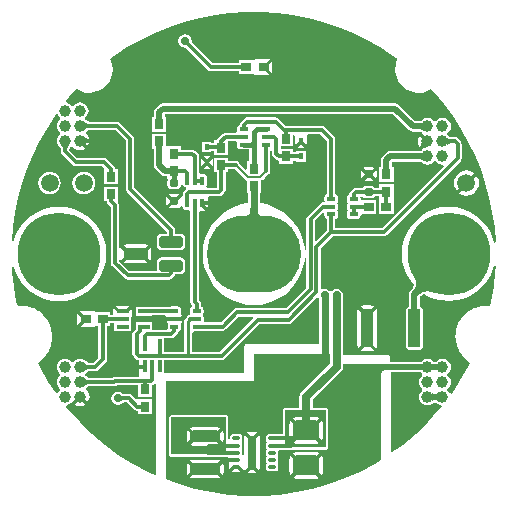
<source format=gbl>
G04*
G04 #@! TF.GenerationSoftware,Altium Limited,Altium Designer,20.1.8 (145)*
G04*
G04 Layer_Physical_Order=2*
G04 Layer_Color=16711680*
%FSTAX43Y43*%
%MOMM*%
G71*
G04*
G04 #@! TF.SameCoordinates,2A16773C-52DC-48A9-8AED-0FD1CCCC5E16*
G04*
G04*
G04 #@! TF.FilePolarity,Positive*
G04*
G01*
G75*
%ADD10C,0.250*%
%ADD11C,0.500*%
%ADD15C,0.200*%
%ADD33R,0.800X0.850*%
G04:AMPARAMS|DCode=34|XSize=0.75mm|YSize=0.6mm|CornerRadius=0.15mm|HoleSize=0mm|Usage=FLASHONLY|Rotation=180.000|XOffset=0mm|YOffset=0mm|HoleType=Round|Shape=RoundedRectangle|*
%AMROUNDEDRECTD34*
21,1,0.750,0.300,0,0,180.0*
21,1,0.450,0.600,0,0,180.0*
1,1,0.300,-0.225,0.150*
1,1,0.300,0.225,0.150*
1,1,0.300,0.225,-0.150*
1,1,0.300,-0.225,-0.150*
%
%ADD34ROUNDEDRECTD34*%
G04:AMPARAMS|DCode=38|XSize=0.4mm|YSize=0.75mm|CornerRadius=0.1mm|HoleSize=0mm|Usage=FLASHONLY|Rotation=0.000|XOffset=0mm|YOffset=0mm|HoleType=Round|Shape=RoundedRectangle|*
%AMROUNDEDRECTD38*
21,1,0.400,0.550,0,0,0.0*
21,1,0.200,0.750,0,0,0.0*
1,1,0.200,0.100,-0.275*
1,1,0.200,-0.100,-0.275*
1,1,0.200,-0.100,0.275*
1,1,0.200,0.100,0.275*
%
%ADD38ROUNDEDRECTD38*%
%ADD42C,0.300*%
%ADD43C,0.350*%
%ADD44C,0.400*%
%ADD45C,0.600*%
%ADD46C,1.000*%
%ADD47C,1.500*%
%ADD48O,8.000X6.500*%
%ADD49C,7.000*%
%ADD50C,0.700*%
%ADD51C,0.600*%
%ADD52R,1.000X0.350*%
%ADD53R,0.850X0.800*%
G04:AMPARAMS|DCode=54|XSize=0.65mm|YSize=0.3mm|CornerRadius=0.045mm|HoleSize=0mm|Usage=FLASHONLY|Rotation=180.000|XOffset=0mm|YOffset=0mm|HoleType=Round|Shape=RoundedRectangle|*
%AMROUNDEDRECTD54*
21,1,0.650,0.210,0,0,180.0*
21,1,0.560,0.300,0,0,180.0*
1,1,0.090,-0.280,0.105*
1,1,0.090,0.280,0.105*
1,1,0.090,0.280,-0.105*
1,1,0.090,-0.280,-0.105*
%
%ADD54ROUNDEDRECTD54*%
G04:AMPARAMS|DCode=55|XSize=2.9mm|YSize=0.7mm|CornerRadius=0.105mm|HoleSize=0mm|Usage=FLASHONLY|Rotation=90.000|XOffset=0mm|YOffset=0mm|HoleType=Round|Shape=RoundedRectangle|*
%AMROUNDEDRECTD55*
21,1,2.900,0.490,0,0,90.0*
21,1,2.690,0.700,0,0,90.0*
1,1,0.210,0.245,1.345*
1,1,0.210,0.245,-1.345*
1,1,0.210,-0.245,-1.345*
1,1,0.210,-0.245,1.345*
%
%ADD55ROUNDEDRECTD55*%
G04:AMPARAMS|DCode=56|XSize=0.4mm|YSize=0.75mm|CornerRadius=0.1mm|HoleSize=0mm|Usage=FLASHONLY|Rotation=270.000|XOffset=0mm|YOffset=0mm|HoleType=Round|Shape=RoundedRectangle|*
%AMROUNDEDRECTD56*
21,1,0.400,0.550,0,0,270.0*
21,1,0.200,0.750,0,0,270.0*
1,1,0.200,-0.275,-0.100*
1,1,0.200,-0.275,0.100*
1,1,0.200,0.275,0.100*
1,1,0.200,0.275,-0.100*
%
%ADD56ROUNDEDRECTD56*%
G04:AMPARAMS|DCode=57|XSize=3.3mm|YSize=1.1mm|CornerRadius=0.275mm|HoleSize=0mm|Usage=FLASHONLY|Rotation=270.000|XOffset=0mm|YOffset=0mm|HoleType=Round|Shape=RoundedRectangle|*
%AMROUNDEDRECTD57*
21,1,3.300,0.550,0,0,270.0*
21,1,2.750,1.100,0,0,270.0*
1,1,0.550,-0.275,-1.375*
1,1,0.550,-0.275,1.375*
1,1,0.550,0.275,1.375*
1,1,0.550,0.275,-1.375*
%
%ADD57ROUNDEDRECTD57*%
%ADD58R,0.350X1.000*%
%ADD59R,0.400X0.500*%
G04:AMPARAMS|DCode=60|XSize=2mm|YSize=1mm|CornerRadius=0.25mm|HoleSize=0mm|Usage=FLASHONLY|Rotation=180.000|XOffset=0mm|YOffset=0mm|HoleType=Round|Shape=RoundedRectangle|*
%AMROUNDEDRECTD60*
21,1,2.000,0.500,0,0,180.0*
21,1,1.500,1.000,0,0,180.0*
1,1,0.500,-0.750,0.250*
1,1,0.500,0.750,0.250*
1,1,0.500,0.750,-0.250*
1,1,0.500,-0.750,-0.250*
%
%ADD60ROUNDEDRECTD60*%
G04:AMPARAMS|DCode=61|XSize=2.5mm|YSize=0.95mm|CornerRadius=0.238mm|HoleSize=0mm|Usage=FLASHONLY|Rotation=0.000|XOffset=0mm|YOffset=0mm|HoleType=Round|Shape=RoundedRectangle|*
%AMROUNDEDRECTD61*
21,1,2.500,0.475,0,0,0.0*
21,1,2.025,0.950,0,0,0.0*
1,1,0.475,1.013,-0.238*
1,1,0.475,-1.013,-0.238*
1,1,0.475,-1.013,0.238*
1,1,0.475,1.013,0.238*
%
%ADD61ROUNDEDRECTD61*%
G04:AMPARAMS|DCode=62|XSize=2.25mm|YSize=1.7mm|CornerRadius=0.425mm|HoleSize=0mm|Usage=FLASHONLY|Rotation=180.000|XOffset=0mm|YOffset=0mm|HoleType=Round|Shape=RoundedRectangle|*
%AMROUNDEDRECTD62*
21,1,2.250,0.850,0,0,180.0*
21,1,1.400,1.700,0,0,180.0*
1,1,0.850,-0.700,0.425*
1,1,0.850,0.700,0.425*
1,1,0.850,0.700,-0.425*
1,1,0.850,-0.700,-0.425*
%
%ADD62ROUNDEDRECTD62*%
%ADD63C,0.700*%
G36*
X0107434Y0117959D02*
X0108748Y0117789D01*
X0110048Y0117533D01*
X0111329Y0117194D01*
X0112586Y0116773D01*
X0113812Y0116272D01*
X0115004Y0115693D01*
X0116156Y0115038D01*
X0117263Y011431D01*
X0117611Y0114047D01*
X01176Y0114029D01*
X0117463Y0113646D01*
X0117458Y0113616D01*
X0117449Y0113586D01*
X0117405Y0113182D01*
X0117408Y0113151D01*
X0117406Y011312D01*
X0117459Y0112717D01*
X0117469Y0112687D01*
X0117474Y0112657D01*
X011762Y0112277D01*
X0117637Y0112251D01*
X0117649Y0112223D01*
X011788Y0111888D01*
X0117902Y0111866D01*
X0117921Y0111842D01*
X0118225Y0111571D01*
X0118251Y0111555D01*
X0118275Y0111536D01*
X0118634Y0111344D01*
X0118664Y0111335D01*
X0118691Y0111322D01*
X0119086Y0111219D01*
X0119116Y0111218D01*
X0119146Y0111211D01*
X0119553Y0111205D01*
X0119584Y011121D01*
X0119614Y0111211D01*
X0120012Y0111301D01*
X012004Y0111313D01*
X0120069Y0111321D01*
X0120434Y0111502D01*
X0120451Y0111514D01*
X0120732Y0111218D01*
X0121548Y0110247D01*
X0122302Y0109228D01*
X0122991Y0108164D01*
X0123613Y0107059D01*
X0124166Y0105918D01*
X0124647Y0104745D01*
X0125055Y0103544D01*
X0125388Y0102321D01*
X0125645Y0101079D01*
X0125824Y0099824D01*
X0125925Y009856D01*
X0125926Y0098527D01*
X0125799Y0098511D01*
X0125734Y0098784D01*
X0125495Y0099361D01*
X0125168Y0099893D01*
X0124763Y0100368D01*
X0124288Y0100773D01*
X0123756Y01011D01*
X0123179Y0101339D01*
X0122571Y0101484D01*
X0121949Y0101533D01*
X0121327Y0101484D01*
X0120719Y0101339D01*
X0120142Y01011D01*
X011961Y0100773D01*
X0119135Y0100368D01*
X011873Y0099893D01*
X0118403Y0099361D01*
X0118164Y0098784D01*
X0118019Y0098176D01*
X011797Y0097554D01*
X0118019Y0096932D01*
X0118164Y0096324D01*
X0118403Y0095747D01*
X011873Y0095215D01*
X011898Y0094922D01*
X0118974Y0094882D01*
X0118941Y0094781D01*
X011889Y009468D01*
X0118819Y0094578D01*
X0118783Y0094537D01*
X0118725Y0094478D01*
X0118625Y009433D01*
X011859Y0094154D01*
Y0093077D01*
X0118589Y0093076D01*
X0118432Y0092971D01*
X0118327Y0092814D01*
X011829Y0092629D01*
Y0089879D01*
X0118327Y0089694D01*
X0118432Y0089537D01*
X0118589Y0089432D01*
X0118774Y0089395D01*
X0119324D01*
X0119509Y0089432D01*
X0119666Y0089537D01*
X0119771Y0089694D01*
X0119808Y0089879D01*
Y0092629D01*
X0119771Y0092814D01*
X0119666Y0092971D01*
X0119509Y0093076D01*
X0119508Y0093077D01*
Y0093953D01*
X0119595Y0094016D01*
X0119711Y0094081D01*
X011983Y0094129D01*
X0119911Y009415D01*
X0120142Y0094008D01*
X0120719Y0093769D01*
X0121327Y0093624D01*
X0121949Y0093575D01*
X0122571Y0093624D01*
X0123179Y0093769D01*
X0123756Y0094008D01*
X0124288Y0094335D01*
X0124763Y009474D01*
X0125168Y0095215D01*
X0125495Y0095747D01*
X0125734Y0096324D01*
X0125789Y0096555D01*
X0125915Y0096537D01*
X0125893Y0096025D01*
X0125759Y0094765D01*
X0125548Y0093514D01*
X012546Y0093137D01*
X0125034Y009316D01*
X012501Y0093157D01*
X0124986Y0093158D01*
X0124563Y0093103D01*
X012454Y0093096D01*
X0124516Y0093093D01*
X012411Y0092961D01*
X0124089Y009295D01*
X0124067Y0092943D01*
X0123691Y0092739D01*
X0123673Y0092724D01*
X0123651Y0092713D01*
X0123319Y0092445D01*
X0123304Y0092426D01*
X0123285Y0092412D01*
X0123008Y0092087D01*
X0122996Y0092066D01*
X012298Y0092048D01*
X0122766Y0091679D01*
X0122759Y0091656D01*
X0122746Y0091636D01*
X0122603Y0091233D01*
X01226Y009121D01*
X0122592Y0091187D01*
X0122524Y0090766D01*
X0122525Y0090742D01*
X0122521Y0090718D01*
X0122532Y0090291D01*
X0122537Y0090268D01*
X0122538Y0090244D01*
X0122626Y0089826D01*
X0122635Y0089805D01*
X012264Y0089781D01*
X0122803Y0089386D01*
X0122816Y0089367D01*
X0122825Y0089344D01*
X0123058Y0088986D01*
X0123074Y0088969D01*
X0123087Y0088949D01*
X0123381Y0088639D01*
X01234Y0088625D01*
X0123416Y0088608D01*
X0123761Y0088356D01*
X0123556Y0087935D01*
X0122841Y0086695D01*
X0122191Y0085731D01*
X0122047Y0085745D01*
X012203Y0085787D01*
X0121918Y0085933D01*
X0121844Y008599D01*
Y0086147D01*
X0121918Y0086204D01*
X012203Y0086351D01*
X0122101Y0086521D01*
X0122125Y0086704D01*
X0122101Y0086886D01*
X012203Y0087057D01*
X0121918Y0087203D01*
X0121844Y008726D01*
Y0087417D01*
X0121918Y0087474D01*
X012203Y0087621D01*
X0122101Y0087791D01*
X0122125Y0087974D01*
X0122101Y0088156D01*
X012203Y0088327D01*
X0121918Y0088473D01*
X0121772Y0088585D01*
X0121601Y0088656D01*
X0121419Y008868D01*
X0121236Y0088656D01*
X0121066Y0088585D01*
X0120919Y0088473D01*
X0120889Y0088433D01*
X0120679D01*
X0120648Y0088473D01*
X0120502Y0088585D01*
X0120331Y0088656D01*
X0120149Y008868D01*
X0119966Y0088656D01*
X0119796Y0088585D01*
X0119649Y0088473D01*
X0119619Y0088433D01*
X0116957D01*
Y0088828D01*
X0116941Y0088906D01*
X0116897Y0088972D01*
X0116831Y0089017D01*
X0116753Y0089032D01*
X0113043D01*
X011301Y0089059D01*
Y0094054D01*
X0112967Y0094269D01*
X0112846Y0094451D01*
X0112664Y0094572D01*
X0112449Y0094615D01*
X0112234Y0094572D01*
X0112052Y0094451D01*
X0112012Y0094391D01*
X0111885D01*
X0111846Y0094451D01*
X0111664Y0094572D01*
X0111449Y0094615D01*
X0111234Y0094572D01*
X0111218Y0094561D01*
X0111106Y0094621D01*
Y0098006D01*
X0112147Y0099047D01*
X0116449D01*
X0116586Y0099074D01*
X0116701Y0099152D01*
X0122951Y0105402D01*
X0123029Y0105517D01*
X0123056Y0105654D01*
Y0106829D01*
X0123029Y0106966D01*
X0122951Y0107081D01*
X0122701Y0107331D01*
X0122586Y0107409D01*
X0122449Y0107436D01*
X0122158D01*
X0122144Y0107438D01*
X0122119Y0107444D01*
X0122093Y0107452D01*
X0122066Y0107463D01*
X0122039Y0107478D01*
X0122011Y0107495D01*
X0121982Y0107517D01*
X0121952Y0107542D01*
X0121927Y0107567D01*
X0121918Y0107578D01*
X0121844Y0107635D01*
Y0107793D01*
X0121918Y010785D01*
X012203Y0107996D01*
X0122101Y0108166D01*
X0122125Y0108349D01*
X0122101Y0108532D01*
X012203Y0108702D01*
X0121918Y0108848D01*
X0121772Y010896D01*
X0121601Y0109031D01*
X0121419Y0109055D01*
X0121236Y0109031D01*
X0121066Y010896D01*
X0120919Y0108848D01*
X0120862Y0108774D01*
X0120705D01*
X0120648Y0108848D01*
X0120502Y010896D01*
X0120331Y0109031D01*
X0120149Y0109055D01*
X0119966Y0109031D01*
X0119796Y010896D01*
X0119649Y0108848D01*
X0119643Y010884D01*
X011964Y0108838D01*
X0119631Y0108833D01*
X0119616Y0108827D01*
X0119596Y0108821D01*
X011957Y0108815D01*
X0119541Y0108811D01*
X0119508Y0108808D01*
X0119089D01*
X0117725Y0110172D01*
X0117576Y0110272D01*
X01174Y0110307D01*
X0097743D01*
X0097567Y0110272D01*
X0097418Y0110172D01*
X0097125Y0109878D01*
X0097025Y010973D01*
X009699Y0109554D01*
Y0109154D01*
X0096849D01*
Y0107904D01*
X0098049D01*
Y0109154D01*
X0097908D01*
Y0109364D01*
X0097933Y0109389D01*
X011721D01*
X0118575Y0108025D01*
X0118723Y0107925D01*
X0118899Y010789D01*
X0119517D01*
X0119539Y0107888D01*
X011957Y0107883D01*
X0119596Y0107877D01*
X0119616Y0107871D01*
X0119631Y0107865D01*
X011964Y010786D01*
X0119643Y0107858D01*
X0119649Y010785D01*
X0119661Y0107841D01*
Y0107778D01*
X0120255Y0107185D01*
X0120043Y0106973D01*
X0119486Y010753D01*
X011945Y0107482D01*
X0119369Y0107288D01*
X0119342Y0107079D01*
X0119369Y010687D01*
X011945Y0106676D01*
X0119578Y0106508D01*
X0119661Y0106444D01*
Y0106317D01*
X0119649Y0106308D01*
X0119643Y01063D01*
X011964Y0106298D01*
X0119631Y0106293D01*
X0119616Y0106287D01*
X0119596Y0106281D01*
X011957Y0106275D01*
X0119541Y0106271D01*
X0119508Y0106268D01*
X0116967D01*
X0116791Y0106233D01*
X0116642Y0106133D01*
X011635Y0105841D01*
X011625Y0105692D01*
X0116215Y0105516D01*
Y0104904D01*
X0116074D01*
Y0103654D01*
X0117274D01*
Y0104904D01*
X0117133D01*
Y0105326D01*
X0117157Y010535D01*
X0119517D01*
X0119539Y0105348D01*
X011957Y0105343D01*
X0119596Y0105337D01*
X0119616Y0105331D01*
X0119631Y0105325D01*
X011964Y010532D01*
X0119643Y0105318D01*
X0119649Y010531D01*
X0119796Y0105198D01*
X0119966Y0105127D01*
X0120149Y0105103D01*
X0120331Y0105127D01*
X0120502Y0105198D01*
X0120648Y010531D01*
X0120705Y0105384D01*
X0120862D01*
X0120919Y010531D01*
X0121066Y0105198D01*
X0121236Y0105127D01*
X0121419Y0105103D01*
X012147Y010511D01*
X012153Y010499D01*
X0116301Y0099761D01*
X0112356D01*
Y0100514D01*
X0112391Y0100521D01*
X011249Y0100588D01*
X0112557Y0100687D01*
X011258Y0100804D01*
Y0101004D01*
X0112557Y0101121D01*
X0112553Y0101127D01*
X0112495Y0101229D01*
X0112553Y0101331D01*
X0112557Y0101337D01*
X011258Y0101454D01*
Y0101654D01*
X0112557Y0101771D01*
X0112553Y0101777D01*
X0112495Y0101879D01*
X0112553Y0101981D01*
X0112557Y0101987D01*
X011258Y0102104D01*
Y0102304D01*
X0112557Y0102421D01*
X011249Y010252D01*
X0112391Y0102587D01*
X0112356Y0102594D01*
Y0107254D01*
X0112329Y0107391D01*
X0112251Y0107506D01*
X0111451Y0108306D01*
X0111336Y0108384D01*
X0111199Y0108411D01*
X0108147D01*
X0107551Y0109006D01*
X0107436Y0109084D01*
X0107299Y0109111D01*
X0104849D01*
X0104712Y0109084D01*
X0104597Y0109006D01*
X0104347Y0108756D01*
X0104269Y0108641D01*
X0104242Y0108504D01*
Y0108494D01*
X0104207Y0108487D01*
X0104108Y010842D01*
X0104041Y0108321D01*
X0104018Y0108204D01*
Y0108004D01*
X0104031Y0107938D01*
X0103951Y0107811D01*
X0103049D01*
X0102912Y0107784D01*
X0102797Y0107706D01*
X0102447Y0107356D01*
X0102369Y0107241D01*
X0102352Y0107154D01*
X0102099D01*
Y0106961D01*
X0101849D01*
Y0107054D01*
X0101049D01*
Y0106154D01*
X0101849D01*
Y0106247D01*
X0102099D01*
Y0105904D01*
X0103299D01*
Y0107097D01*
X0103951D01*
X0104031Y010697D01*
X0104018Y0106904D01*
Y0106704D01*
X0104041Y0106587D01*
X0104108Y0106488D01*
X0104207Y0106421D01*
X0104324Y0106398D01*
X0104589D01*
X0104599Y0106396D01*
X0105041D01*
Y0105404D01*
X0104849D01*
Y0104728D01*
X0104732Y010468D01*
X0104238Y0105174D01*
X0104229Y0105216D01*
X0104152Y0105331D01*
X0104036Y0105409D01*
X01039Y0105436D01*
X0103299D01*
Y0105704D01*
X0102099D01*
Y0104454D01*
X0102342D01*
Y0103161D01*
X0101488D01*
X0101462Y0103198D01*
X0101432Y0103288D01*
X0101482Y0103362D01*
X0101505Y0103479D01*
Y0104029D01*
X0101482Y0104146D01*
X0101415Y0104245D01*
X0101316Y0104312D01*
X0101199Y0104335D01*
X0100999D01*
X0100933Y0104322D01*
X0100806Y0104402D01*
Y0105804D01*
X0100779Y0105941D01*
X0100701Y0106056D01*
X0100476Y0106281D01*
X0100361Y0106359D01*
X0100224Y0106386D01*
X0099299D01*
Y0106654D01*
X0098099D01*
X0098049Y010676D01*
Y0107704D01*
X0096849D01*
Y0106454D01*
X009699D01*
Y0105054D01*
X0097025Y0104878D01*
X0097125Y010473D01*
X00976Y0104255D01*
X0097748Y0104155D01*
X0097924Y010412D01*
X0098099D01*
Y0103954D01*
X0098099D01*
X0098138Y0103843D01*
X0098142Y0103827D01*
X0098117Y0103704D01*
Y0103404D01*
X0098144Y0103267D01*
X0098222Y0103152D01*
X0098337Y0103074D01*
X0098474Y0103047D01*
X0098924D01*
X0099061Y0103074D01*
X0099176Y0103152D01*
X0099254Y0103267D01*
X0099281Y0103404D01*
X0099408Y0103405D01*
X0099416Y0103362D01*
X0099483Y0103263D01*
X0099582Y0103196D01*
X0099676Y0103178D01*
X0099706Y0103107D01*
X0099712Y0103046D01*
X0099547Y0102881D01*
X0099469Y0102765D01*
X0099442Y0102628D01*
Y0102467D01*
X0099381Y0102448D01*
X009888Y0101948D01*
X0098699Y0102129D01*
X0098624Y0102054D01*
X009873Y0101948D01*
X0098277Y0101495D01*
X0098298Y010148D01*
X0098474Y0101445D01*
X0098924D01*
X00991Y010148D01*
X0099248Y010158D01*
X0099266Y0101606D01*
X0099371Y0101584D01*
X0099395Y010157D01*
X0099416Y0101462D01*
X0099483Y0101363D01*
X0099582Y0101296D01*
X0099699Y0101273D01*
X0099899D01*
X009994Y0101281D01*
X0100067Y0101189D01*
Y0093479D01*
X0100096Y0093333D01*
X0100179Y0093209D01*
X0100195Y0093192D01*
X0100186Y0093056D01*
X0100133Y009302D01*
X0100066Y0092921D01*
X0100043Y0092804D01*
Y0092604D01*
X0100058Y0092529D01*
X0100065Y0092486D01*
X0099978Y0092391D01*
X0099942Y0092384D01*
X0099826Y0092306D01*
X0099753Y0092198D01*
X0099665Y0092109D01*
X0099593Y0092002D01*
X0099568Y0091875D01*
Y0089286D01*
X0097874D01*
Y0090397D01*
X009847D01*
X0098606Y0090424D01*
X0098722Y0090502D01*
X0098976Y0090756D01*
X0099054Y0090872D01*
X0099081Y0091008D01*
Y0091014D01*
X0099116Y0091021D01*
X0099215Y0091088D01*
X0099282Y0091187D01*
X0099305Y0091304D01*
Y0091504D01*
X0099282Y0091621D01*
X0099263Y0091649D01*
X0099287Y0091666D01*
X0099376Y0091798D01*
X0099407Y0091954D01*
Y0092154D01*
X0099376Y009231D01*
X0099287Y0092442D01*
X0099263Y0092459D01*
X0099282Y0092487D01*
X0099305Y0092604D01*
Y0092804D01*
X0099282Y0092921D01*
X0099215Y009302D01*
X0099116Y0093087D01*
X0098999Y009311D01*
X0098449D01*
X0098332Y0093087D01*
X0098293Y0093061D01*
X0096849D01*
Y0093079D01*
X0095449D01*
Y0092329D01*
X0096849D01*
Y0092347D01*
X0097956D01*
X0098054Y009222D01*
X0098041Y0092154D01*
Y0091954D01*
X0098072Y0091798D01*
X0098161Y0091666D01*
X0098185Y0091649D01*
X0098166Y0091621D01*
X0098143Y0091504D01*
Y0091304D01*
X0098156Y0091238D01*
X0098076Y0091111D01*
X0096849D01*
Y0091779D01*
X0095449D01*
Y0091413D01*
X0095442Y0091379D01*
Y0091202D01*
X0095272Y0091032D01*
X0095195Y0090916D01*
X0095168Y009078D01*
Y0089105D01*
X0095195Y0088968D01*
X0095272Y0088852D01*
X0095448Y0088677D01*
X0095564Y0088599D01*
X00957Y0088572D01*
X0095724D01*
Y0087229D01*
X0095625Y0087161D01*
X0093699D01*
X0093562Y0087134D01*
X0093461Y0087066D01*
X0091488D01*
X0091474Y0087068D01*
X0091449Y0087073D01*
X0091423Y0087082D01*
X0091396Y0087093D01*
X0091369Y0087107D01*
X0091341Y0087125D01*
X0091312Y0087147D01*
X0091282Y0087172D01*
X0091257Y0087196D01*
X0091248Y0087208D01*
X0091174Y0087265D01*
Y0087422D01*
X0091248Y0087479D01*
X0091257Y0087491D01*
X0091282Y0087515D01*
X0091312Y0087541D01*
X0091341Y0087562D01*
X0091369Y008758D01*
X0091396Y0087594D01*
X0091423Y0087606D01*
X0091449Y0087614D01*
X0091474Y008762D01*
X0091488Y0087622D01*
X0091999D01*
X0092135Y0087649D01*
X0092251Y0087726D01*
X0092901Y0088377D01*
X0092979Y0088492D01*
X0093006Y0088629D01*
Y0091454D01*
X0093299D01*
Y0091697D01*
X0093649D01*
Y0091029D01*
X0095049D01*
Y0092229D01*
X0095149D01*
Y0092967D01*
X009478Y0092598D01*
X0094568Y009281D01*
X0094937Y0093179D01*
X0093761D01*
X009413Y009281D01*
X0093918Y0092598D01*
X0093549Y0092967D01*
Y0092411D01*
X0093299D01*
Y0092654D01*
X0092076D01*
X0092049Y0092654D01*
X0091949Y0092719D01*
Y0092754D01*
X0090711D01*
X0091305Y009216D01*
X0091199Y0092054D01*
X0091305Y0091948D01*
X0090711Y0091354D01*
X0091949D01*
Y0091389D01*
X0092049Y0091454D01*
X0092076Y0091454D01*
X0092292D01*
Y0088777D01*
X0091851Y0088336D01*
X0091488D01*
X0091474Y0088338D01*
X0091449Y0088343D01*
X0091423Y0088352D01*
X0091396Y0088363D01*
X0091369Y0088377D01*
X0091341Y0088395D01*
X0091312Y0088417D01*
X0091282Y0088442D01*
X0091257Y0088466D01*
X0091248Y0088478D01*
X0091102Y008859D01*
X0090931Y0088661D01*
X0090749Y0088685D01*
X0090566Y0088661D01*
X0090396Y008859D01*
X0090249Y0088478D01*
X0090192Y0088404D01*
X0090035D01*
X0089978Y0088478D01*
X0089832Y008859D01*
X0089661Y0088661D01*
X0089479Y0088685D01*
X0089296Y0088661D01*
X0089126Y008859D01*
X0088979Y0088478D01*
X0088867Y0088332D01*
X0088797Y0088161D01*
X0088773Y0087979D01*
X0088797Y0087796D01*
X0088867Y0087626D01*
X0088979Y0087479D01*
X0089054Y0087422D01*
Y0087265D01*
X0088979Y0087208D01*
X0088867Y0087062D01*
X0088797Y0086891D01*
X0088773Y0086709D01*
X0088797Y0086526D01*
X0088867Y0086356D01*
X0088979Y0086209D01*
X0089054Y0086152D01*
Y0085995D01*
X0088979Y0085938D01*
X0088867Y0085792D01*
X0088849Y0085747D01*
X0088705Y0085733D01*
X0088057Y0086694D01*
X0087342Y0087935D01*
X0087137Y0088356D01*
X0087482Y0088607D01*
X0087498Y0088625D01*
X0087518Y0088639D01*
X0087811Y0088949D01*
X0087824Y0088969D01*
X0087841Y0088986D01*
X0088073Y0089344D01*
X0088082Y0089366D01*
X0088095Y0089386D01*
X0088258Y0089781D01*
X0088263Y0089804D01*
X0088272Y0089826D01*
X0088361Y0090244D01*
X0088361Y0090268D01*
X0088366Y0090291D01*
X0088377Y0090718D01*
X0088373Y0090742D01*
X0088374Y0090766D01*
X0088307Y0091187D01*
X0088298Y009121D01*
X0088295Y0091233D01*
X0088152Y0091636D01*
X008814Y0091656D01*
X0088132Y0091679D01*
X0087918Y0092048D01*
X0087902Y0092066D01*
X0087891Y0092087D01*
X0087613Y0092412D01*
X0087594Y0092426D01*
X0087579Y0092445D01*
X0087247Y0092713D01*
X0087226Y0092724D01*
X0087207Y0092739D01*
X0086832Y0092943D01*
X0086809Y009295D01*
X0086788Y0092961D01*
X0086382Y0093093D01*
X0086358Y0093096D01*
X0086335Y0093103D01*
X0085912Y0093158D01*
X0085888Y0093157D01*
X0085865Y009316D01*
X0085438Y0093137D01*
X008535Y0093514D01*
X0085139Y0094765D01*
X0085005Y0096026D01*
X0084988Y0096425D01*
X0085114Y0096443D01*
X0085144Y0096318D01*
X0085384Y0095738D01*
X0085712Y0095202D01*
X008612Y0094725D01*
X0086598Y0094317D01*
X0087133Y0093989D01*
X0087713Y0093749D01*
X0088323Y0093603D01*
X0088949Y0093553D01*
X0089575Y0093603D01*
X0090185Y0093749D01*
X0090765Y0093989D01*
X00913Y0094317D01*
X0091778Y0094725D01*
X0092186Y0095202D01*
X0092514Y0095738D01*
X0092754Y0096318D01*
X00929Y0096928D01*
X009295Y0097554D01*
X00929Y009818D01*
X0092754Y009879D01*
X0092514Y009937D01*
X0092186Y0099906D01*
X0091778Y0100383D01*
X00913Y0100791D01*
X0090765Y0101119D01*
X0090185Y0101359D01*
X0089575Y0101505D01*
X0088949Y0101555D01*
X0088323Y0101505D01*
X0087713Y0101359D01*
X0087133Y0101119D01*
X0086598Y0100791D01*
X008612Y0100383D01*
X0085712Y0099906D01*
X0085384Y009937D01*
X0085144Y009879D01*
X0085106Y0098631D01*
X008498Y0098651D01*
X0085074Y0099824D01*
X0085254Y0101079D01*
X008551Y0102321D01*
X0085843Y0103545D01*
X0086251Y0104745D01*
X0086732Y0105918D01*
X0087285Y010706D01*
X0087907Y0108164D01*
X0088597Y0109228D01*
X0088705Y0109375D01*
X008885Y0109357D01*
X0088867Y0109316D01*
X0088979Y0109169D01*
X0089054Y0109112D01*
Y0108955D01*
X0088979Y0108898D01*
X0088867Y0108752D01*
X0088797Y0108581D01*
X0088773Y0108399D01*
X0088797Y0108216D01*
X0088867Y0108046D01*
X0088979Y0107899D01*
X0089054Y0107842D01*
Y0107685D01*
X0088979Y0107628D01*
X0088867Y0107482D01*
X0088797Y0107311D01*
X0088773Y0107129D01*
X0088797Y0106946D01*
X0088867Y0106776D01*
X0088979Y0106629D01*
X0088991Y0106621D01*
X0089015Y0106595D01*
X0089041Y0106565D01*
X0089062Y0106536D01*
X008908Y0106508D01*
X0089094Y0106481D01*
X0089106Y0106455D01*
X0089114Y0106429D01*
X008912Y0106403D01*
X0089122Y0106389D01*
Y0106224D01*
X0089149Y0106088D01*
X0089226Y0105972D01*
X0090097Y0105102D01*
X0090212Y0105024D01*
X0090349Y0104997D01*
X0092601D01*
X0092792Y0104807D01*
X0092749Y0104704D01*
X0092749D01*
Y0103454D01*
X0093949D01*
Y0104704D01*
X0093706D01*
Y0104754D01*
X0093679Y0104891D01*
X0093601Y0105006D01*
X0093001Y0105606D01*
X0092886Y0105684D01*
X0092749Y0105711D01*
X0090497D01*
X0089836Y0106372D01*
Y0106389D01*
X0089837Y0106403D01*
X0089843Y0106429D01*
X0089852Y0106455D01*
X0089863Y0106481D01*
X0089877Y0106508D01*
X0089895Y0106536D01*
X0089917Y0106565D01*
X0089942Y0106595D01*
X0089966Y0106621D01*
X0089978Y0106629D01*
X0089987Y0106642D01*
X0090114D01*
X0090178Y0106558D01*
X0090345Y010643D01*
X009054Y0106349D01*
X0090749Y0106322D01*
X0090958Y0106349D01*
X0091152Y010643D01*
X0091199Y0106466D01*
X0090643Y0107023D01*
X0090855Y0107235D01*
X0091106Y0106984D01*
Y0107479D01*
X0091145Y0107441D01*
X0091185Y0107407D01*
X0091226Y0107377D01*
X0091267Y0107351D01*
X0091309Y0107329D01*
X0091351Y0107311D01*
X0091394Y0107297D01*
X0091437Y0107287D01*
X0091481Y0107281D01*
X0091526Y0107279D01*
Y0106979D01*
X0091481Y0106977D01*
X0091437Y0106971D01*
X0091394Y0106961D01*
X0091351Y0106947D01*
X0091309Y0106929D01*
X0091267Y0106907D01*
X0091226Y0106881D01*
X0091216Y0106873D01*
X0091411Y0106678D01*
X0091448Y0106725D01*
X0091528Y010692D01*
X0091556Y0107129D01*
X0091528Y0107338D01*
X0091448Y0107532D01*
X0091319Y0107699D01*
X0091236Y0107763D01*
Y010789D01*
X0091248Y0107899D01*
X0091257Y0107911D01*
X0091282Y0107935D01*
X0091312Y0107961D01*
X0091341Y0107982D01*
X0091369Y0108D01*
X0091396Y0108014D01*
X0091423Y0108026D01*
X0091449Y0108034D01*
X0091474Y010804D01*
X0091488Y0108042D01*
X0091999D01*
X0092025Y0108047D01*
X0093701D01*
X0094592Y0107156D01*
Y0103079D01*
X0094619Y0102942D01*
X0094697Y0102827D01*
X0098092Y0099431D01*
Y0099263D01*
X0097699D01*
X0097523Y0099228D01*
X0097375Y0099128D01*
X0097275Y009898D01*
X009724Y0098804D01*
Y0098304D01*
X0097275Y0098128D01*
X0097375Y009798D01*
X0097523Y009788D01*
X0097699Y0097845D01*
X0099199D01*
X0099375Y009788D01*
X0099523Y009798D01*
X0099623Y0098128D01*
X0099658Y0098304D01*
Y0098804D01*
X0099623Y009898D01*
X0099523Y0099128D01*
X0099375Y0099228D01*
X0099199Y0099263D01*
X0098806D01*
Y0099579D01*
X0098779Y0099716D01*
X0098701Y0099831D01*
X0095306Y0103227D01*
Y0107304D01*
X0095279Y0107441D01*
X0095201Y0107556D01*
X0094101Y0108656D01*
X0093986Y0108734D01*
X0093849Y0108761D01*
X0092004D01*
X0091978Y0108756D01*
X0091488D01*
X0091474Y0108758D01*
X0091449Y0108763D01*
X0091423Y0108772D01*
X0091396Y0108783D01*
X0091369Y0108797D01*
X0091341Y0108815D01*
X0091312Y0108837D01*
X0091282Y0108862D01*
X0091257Y0108886D01*
X0091248Y0108898D01*
X0091174Y0108955D01*
Y0109112D01*
X0091248Y0109169D01*
X009136Y0109316D01*
X0091431Y0109486D01*
X0091455Y0109669D01*
X0091431Y0109851D01*
X009136Y0110022D01*
X0091248Y0110168D01*
X0091102Y011028D01*
X0090931Y0110351D01*
X0090749Y0110375D01*
X0090566Y0110351D01*
X0090396Y011028D01*
X0090249Y0110168D01*
X0090192Y0110094D01*
X0090035D01*
X0089978Y0110168D01*
X0089832Y011028D01*
X0089661Y0110351D01*
X0089609Y0110358D01*
X0089556Y0110493D01*
X0090166Y0111219D01*
X0090447Y0111514D01*
X0090463Y0111501D01*
X0090828Y0111321D01*
X0090858Y0111313D01*
X0090886Y01113D01*
X0091283Y0111211D01*
X0091314Y011121D01*
X0091344Y0111204D01*
X0091752Y0111211D01*
X0091782Y0111217D01*
X0091812Y0111219D01*
X0092207Y0111321D01*
X0092234Y0111335D01*
X0092264Y0111343D01*
X0092623Y0111535D01*
X0092647Y0111555D01*
X0092673Y0111571D01*
X0092977Y0111842D01*
X0092996Y0111866D01*
X0093018Y0111888D01*
X0093249Y0112223D01*
X0093262Y0112251D01*
X0093278Y0112277D01*
X0093424Y0112657D01*
X009343Y0112687D01*
X009344Y0112716D01*
X0093492Y011312D01*
X009349Y0113151D01*
X0093493Y0113182D01*
X0093449Y0113586D01*
X009344Y0113616D01*
X0093435Y0113646D01*
X0093298Y0114029D01*
X0093287Y0114047D01*
X0093635Y011431D01*
X0094742Y0115038D01*
X0095894Y0115693D01*
X0097086Y0116272D01*
X0098312Y0116773D01*
X0099569Y0117194D01*
X010085Y0117533D01*
X010215Y0117789D01*
X0103464Y0117959D01*
X0104786Y0118045D01*
X0106112Y0118045D01*
X0107434Y0117959D01*
D02*
G37*
G36*
X0091145Y0108711D02*
X0091185Y0108677D01*
X0091226Y0108647D01*
X0091267Y0108621D01*
X0091309Y0108599D01*
X0091351Y0108581D01*
X0091394Y0108567D01*
X0091437Y0108557D01*
X0091481Y0108551D01*
X0091526Y0108549D01*
Y0108249D01*
X0091481Y0108247D01*
X0091437Y0108241D01*
X0091394Y0108231D01*
X0091351Y0108217D01*
X0091309Y0108199D01*
X0091267Y0108177D01*
X0091226Y0108151D01*
X0091185Y0108121D01*
X0091145Y0108087D01*
X0091106Y0108049D01*
Y0108749D01*
X0091145Y0108711D01*
D02*
G37*
G36*
X0119792Y0107999D02*
X011977Y0108018D01*
X0119745Y0108035D01*
X0119717Y010805D01*
X0119684Y0108063D01*
X0119649Y0108074D01*
X0119609Y0108083D01*
X0119566Y010809D01*
X011952Y0108095D01*
X0119416Y0108099D01*
Y0108599D01*
X0119469Y01086D01*
X0119566Y0108608D01*
X0119609Y0108615D01*
X0119649Y0108624D01*
X0119684Y0108635D01*
X0119717Y0108648D01*
X0119745Y0108663D01*
X011977Y010868D01*
X0119792Y0108699D01*
Y0107999D01*
D02*
G37*
G36*
X0111642Y0107106D02*
Y0102594D01*
X0111607Y0102587D01*
X0111508Y010252D01*
X0111441Y0102421D01*
X0111418Y0102304D01*
Y0102104D01*
X0111431Y0102038D01*
X0111351Y0101911D01*
X011127D01*
X0111134Y0101884D01*
X0111018Y0101806D01*
X0109997Y0100785D01*
X0109919Y0100669D01*
X0109892Y0100533D01*
Y0097866D01*
X0109765Y0097861D01*
X0109748Y009812D01*
X0109638Y0098676D01*
X0109455Y0099213D01*
X0109204Y0099722D01*
X0108889Y0100194D01*
X0108515Y010062D01*
X0108089Y0100994D01*
X0107617Y0101309D01*
X0107108Y010156D01*
X0106571Y0101743D01*
X0106015Y0101853D01*
X0105959Y0101857D01*
Y0102704D01*
X0106049D01*
Y0103763D01*
X010609Y0103771D01*
X010619Y0103838D01*
X0106365Y0104013D01*
X0106365Y0104013D01*
X0106414Y0104087D01*
X0106544Y0104216D01*
X0106586Y0104224D01*
X0106701Y0104302D01*
X0106779Y0104417D01*
X0106806Y0104554D01*
Y0106282D01*
X010684Y0106301D01*
X0106967Y0106226D01*
Y0106034D01*
X0106996Y0105888D01*
X0107079Y0105764D01*
X0107284Y0105559D01*
X0107408Y0105476D01*
X0107554Y0105447D01*
X0107599D01*
Y0105204D01*
X0108799D01*
Y0105422D01*
X0109049D01*
Y0105354D01*
X0109849D01*
Y0106254D01*
X0109049D01*
Y0106186D01*
X0108799D01*
Y0106454D01*
X0107731D01*
Y0106654D01*
X0108799D01*
Y0107577D01*
X0108822Y0107592D01*
X0108857Y0107586D01*
X0108949Y0107525D01*
Y0106766D01*
X0109343Y010716D01*
X0109449Y0107054D01*
X0109555Y010716D01*
X0109949Y0106766D01*
X0109949Y0107654D01*
X0110058Y0107697D01*
X0111051D01*
X0111642Y0107106D01*
D02*
G37*
G36*
X0121815Y0107391D02*
X0121855Y0107357D01*
X0121896Y0107327D01*
X0121937Y0107301D01*
X0121979Y0107279D01*
X0122021Y0107261D01*
X0122064Y0107247D01*
X0122107Y0107237D01*
X0122151Y0107231D01*
X0122196Y0107229D01*
Y0106929D01*
X0122151Y0106927D01*
X0122107Y0106921D01*
X0122064Y0106911D01*
X0122021Y0106897D01*
X0121979Y0106879D01*
X0121937Y0106857D01*
X0121896Y0106831D01*
X0121855Y0106801D01*
X0121815Y0106767D01*
X0121776Y0106729D01*
Y0107429D01*
X0121815Y0107391D01*
D02*
G37*
G36*
X012015Y0106579D02*
X0120095Y0106577D01*
X0120043Y0106572D01*
X0119993Y0106564D01*
X0119945Y0106553D01*
X01199Y0106539D01*
X0119857Y0106522D01*
X0119817Y0106501D01*
X0119779Y0106477D01*
X0119744Y010645D01*
X0119711Y010642D01*
X0119496Y010663D01*
X0119526Y0106663D01*
X0119553Y0106698D01*
X0119577Y0106736D01*
X0119597Y0106776D01*
X0119614Y0106819D01*
X0119627Y0106864D01*
X0119638Y0106911D01*
X0119645Y0106961D01*
X0119648Y0107013D01*
X0119649Y0107068D01*
X012015Y0106579D01*
D02*
G37*
G36*
X0089791Y0106732D02*
X0089757Y0106692D01*
X0089727Y0106652D01*
X0089701Y010661D01*
X0089679Y0106569D01*
X0089661Y0106526D01*
X0089647Y0106484D01*
X0089637Y010644D01*
X0089631Y0106396D01*
X0089629Y0106352D01*
X0089329D01*
X0089327Y0106396D01*
X0089321Y010644D01*
X0089311Y0106484D01*
X0089297Y0106526D01*
X0089279Y0106569D01*
X0089257Y010661D01*
X0089231Y0106652D01*
X0089201Y0106692D01*
X0089167Y0106732D01*
X0089129Y0106772D01*
X0089829D01*
X0089791Y0106732D01*
D02*
G37*
G36*
X0119792Y0105459D02*
X011977Y0105478D01*
X0119745Y0105495D01*
X0119717Y010551D01*
X0119684Y0105523D01*
X0119649Y0105534D01*
X0119609Y0105543D01*
X0119566Y010555D01*
X011952Y0105555D01*
X0119416Y0105559D01*
Y0106059D01*
X0119469Y010606D01*
X0119566Y0106068D01*
X0119609Y0106075D01*
X0119649Y0106084D01*
X0119684Y0106095D01*
X0119717Y0106108D01*
X0119745Y0106123D01*
X011977Y010614D01*
X0119792Y0106159D01*
Y0105459D01*
D02*
G37*
G36*
X0104708Y0103838D02*
X0104808Y0103771D01*
X0104849Y0103763D01*
Y0102704D01*
X0104939D01*
Y0101857D01*
X0104883Y0101853D01*
X0104327Y0101743D01*
X010379Y010156D01*
X0103281Y0101309D01*
X0102809Y0100994D01*
X0102383Y010062D01*
X0102009Y0100194D01*
X0101694Y0099722D01*
X0101443Y0099213D01*
X010126Y0098676D01*
X010115Y009812D01*
X0101113Y0097554D01*
X010115Y0096988D01*
X010126Y0096432D01*
X0101443Y0095895D01*
X0101694Y0095386D01*
X0102009Y0094914D01*
X0102383Y0094488D01*
X0102809Y0094114D01*
X0103281Y0093799D01*
X010379Y0093548D01*
X0104327Y0093365D01*
X0104883Y0093255D01*
X0105449Y0093218D01*
X0106015Y0093255D01*
X0106571Y0093365D01*
X0107108Y0093548D01*
X0107617Y0093799D01*
X0108089Y0094114D01*
X0108515Y0094488D01*
X0108889Y0094914D01*
X0109204Y0095386D01*
X0109455Y0095895D01*
X0109638Y0096432D01*
X0109748Y0096988D01*
X0109765Y0097247D01*
X0109892Y0097242D01*
Y0094687D01*
X0108166Y0092961D01*
X0103999D01*
X0103862Y0092934D01*
X0103747Y0092856D01*
X0102651Y0091761D01*
X0101272D01*
X0101192Y0091888D01*
X0101205Y0091954D01*
Y0092154D01*
X0101182Y0092271D01*
X0101178Y0092277D01*
X010112Y0092379D01*
X0101178Y0092481D01*
X0101182Y0092487D01*
X0101205Y0092604D01*
Y0092804D01*
X0101182Y0092921D01*
X0101115Y009302D01*
X0101016Y0093087D01*
X0100981Y0093093D01*
Y0093329D01*
X0100952Y0093475D01*
X0100869Y0093599D01*
X0100831Y0093637D01*
Y0101075D01*
X0100958Y0101179D01*
X0100999Y0101171D01*
X0101199D01*
X0101355Y0101202D01*
X010136Y0101206D01*
X0100993Y0101573D01*
X0101205Y0101785D01*
X0101572Y0101418D01*
X0101576Y0101423D01*
X0101607Y0101579D01*
Y0102129D01*
X0101576Y0102285D01*
X0101552Y010232D01*
X010162Y0102447D01*
X0102523D01*
X010266Y0102474D01*
X0102776Y0102552D01*
X0102951Y0102727D01*
X0103029Y0102843D01*
X0103056Y010298D01*
Y0104454D01*
X0103299D01*
Y0104722D01*
X0103824D01*
X0104708Y0103838D01*
D02*
G37*
G36*
X0105752Y010129D02*
X0105761Y0101188D01*
X0105776Y0101097D01*
X0105797Y0101019D01*
X0105824Y0100953D01*
X0105857Y0100898D01*
X0105896Y0100856D01*
X0105941Y0100826D01*
X0105992Y0100808D01*
X0106049Y0100802D01*
X0104849D01*
X0104906Y0100808D01*
X0104957Y0100826D01*
X0105002Y0100856D01*
X0105041Y0100898D01*
X0105074Y0100953D01*
X0105101Y0101019D01*
X0105122Y0101097D01*
X0105137Y0101188D01*
X0105146Y010129D01*
X0105149Y0101405D01*
X0105749D01*
X0105752Y010129D01*
D02*
G37*
G36*
X0111421Y0101021D02*
X0111418Y0101004D01*
Y0100804D01*
X0111441Y0100687D01*
X0111508Y0100588D01*
X0111607Y0100521D01*
X0111642Y0100514D01*
Y0099552D01*
X0110723Y0098633D01*
X0110606Y0098681D01*
Y0100385D01*
X0111304Y0101083D01*
X0111421Y0101021D01*
D02*
G37*
G36*
X0120736Y0094271D02*
X0120561Y0094327D01*
X0120391Y0094364D01*
X0120227Y0094382D01*
X0120068Y0094382D01*
X0119914Y0094362D01*
X0119766Y0094323D01*
X0119623Y0094265D01*
X0119485Y0094188D01*
X0119353Y0094092D01*
X0119226Y0093977D01*
X0118872Y0094331D01*
X011898Y0094451D01*
X0119066Y0094575D01*
X011913Y0094703D01*
X0119173Y0094835D01*
X0119194Y009497D01*
X0119194Y009511D01*
X0119172Y0095253D01*
X0119129Y00954D01*
X0119064Y0095551D01*
X0118977Y0095706D01*
X0120736Y0094271D01*
D02*
G37*
G36*
X010541Y009212D02*
X0102576Y0089286D01*
X010023D01*
Y0090892D01*
X0100349Y0090998D01*
X0100899D01*
X0101016Y0091021D01*
X0101055Y0091047D01*
X0102799D01*
X0102936Y0091074D01*
X0103051Y0091152D01*
X0104147Y0092247D01*
X0105358D01*
X010541Y009212D01*
D02*
G37*
G36*
X0091145Y0088291D02*
X0091185Y0088257D01*
X0091226Y0088227D01*
X0091267Y0088201D01*
X0091309Y0088179D01*
X0091351Y0088161D01*
X0091394Y0088147D01*
X0091437Y0088137D01*
X0091481Y0088131D01*
X0091526Y0088129D01*
Y0087829D01*
X0091481Y0087827D01*
X0091437Y0087821D01*
X0091394Y0087811D01*
X0091351Y0087797D01*
X0091309Y0087779D01*
X0091267Y0087757D01*
X0091226Y0087731D01*
X0091185Y0087701D01*
X0091145Y0087667D01*
X0091106Y0087629D01*
Y0088329D01*
X0091145Y0088291D01*
D02*
G37*
G36*
X011092Y009385D02*
X0110935Y0093834D01*
X0110939Y0093827D01*
Y0089958D01*
X0104849D01*
X0104771Y0089942D01*
X0104705Y0089898D01*
X0104661Y0089832D01*
X0104645Y0089754D01*
Y0089554D01*
Y0087458D01*
X0097874D01*
Y0088572D01*
X0102724D01*
X0102861Y0088599D01*
X0102976Y0088677D01*
X0105922Y0091622D01*
X0108396D01*
X0108533Y0091649D01*
X0108648Y0091727D01*
X0110799Y0093878D01*
X011092Y009385D01*
D02*
G37*
G36*
X0091145Y0087021D02*
X0091185Y0086987D01*
X0091226Y0086957D01*
X0091267Y0086931D01*
X0091309Y0086909D01*
X0091351Y0086891D01*
X0091394Y0086877D01*
X0091437Y0086867D01*
X0091481Y0086861D01*
X0091526Y0086859D01*
Y0086559D01*
X0091481Y0086557D01*
X0091437Y0086551D01*
X0091394Y0086541D01*
X0091351Y0086527D01*
X0091309Y0086509D01*
X0091267Y0086487D01*
X0091226Y0086461D01*
X0091185Y0086431D01*
X0091145Y0086397D01*
X0091106Y0086359D01*
Y0087059D01*
X0091145Y0087021D01*
D02*
G37*
G36*
X0121061Y0085084D02*
X012104Y0085103D01*
X0121015Y008512D01*
X0120986Y0085135D01*
X0120954Y0085148D01*
X0120918Y0085159D01*
X0120879Y0085168D01*
X0120836Y0085175D01*
X0120791Y008518D01*
X0120731Y0085175D01*
X0120688Y0085168D01*
X0120649Y0085159D01*
X0120613Y0085148D01*
X0120581Y0085135D01*
X0120552Y008512D01*
X0120527Y0085103D01*
X0120506Y0085084D01*
X0120506Y0085784D01*
X0120527Y0085765D01*
X0120552Y0085748D01*
X0120581Y0085733D01*
X0120613Y008572D01*
X0120649Y0085709D01*
X0120688Y00857D01*
X0120731Y0085693D01*
X0120777Y0085688D01*
X0120836Y0085693D01*
X0120879Y00857D01*
X0120919Y0085709D01*
X0120955Y008572D01*
X0120987Y0085733D01*
X0121015Y0085748D01*
X012104Y0085765D01*
X0121062Y0085784D01*
X0121061Y0085084D01*
D02*
G37*
G36*
X009717Y0086519D02*
Y0078926D01*
X0097064Y0078857D01*
X0096458Y0079127D01*
X0095194Y0079799D01*
X009398Y0080558D01*
X0092822Y00814D01*
X0091726Y008232D01*
X0090696Y0083315D01*
X0089739Y0084379D01*
X0089555Y0084615D01*
X008961Y008475D01*
X0089661Y0084757D01*
X0089832Y0084827D01*
X0089978Y0084939D01*
X0089987Y0084952D01*
X0090114D01*
X0090178Y0084868D01*
X0090345Y008474D01*
X009054Y0084659D01*
X0090749Y0084632D01*
X0090958Y0084659D01*
X0091152Y008474D01*
X0091199Y0084776D01*
X0090643Y0085333D01*
X0090855Y0085545D01*
X0091411Y0084988D01*
X0091448Y0085035D01*
X0091528Y008523D01*
X0091556Y0085439D01*
X0091528Y0085648D01*
X0091448Y0085842D01*
X0091319Y0086009D01*
X0091236Y0086073D01*
Y00862D01*
X0091248Y0086209D01*
X0091257Y0086221D01*
X0091282Y0086245D01*
X0091312Y0086271D01*
X0091341Y0086292D01*
X0091369Y008631D01*
X0091396Y0086324D01*
X0091423Y0086336D01*
X0091449Y0086344D01*
X0091474Y008635D01*
X0091488Y0086352D01*
X0093604D01*
X009374Y0086379D01*
X0093842Y0086447D01*
X0095624D01*
Y0085454D01*
X0096824D01*
Y0086458D01*
X0096908Y0086474D01*
X0097023Y0086552D01*
X0097043Y0086571D01*
X009717Y0086519D01*
D02*
G37*
G36*
X0111549Y0081179D02*
X0108099D01*
Y0084304D01*
X0111549D01*
Y0081179D01*
D02*
G37*
G36*
X0119649Y0087474D02*
X0119724Y0087417D01*
Y008726D01*
X0119649Y0087203D01*
X0119537Y0087057D01*
X0119467Y0086886D01*
X0119443Y0086704D01*
X0119467Y0086521D01*
X0119537Y0086351D01*
X0119649Y0086204D01*
X0119724Y0086147D01*
Y008599D01*
X0119649Y0085933D01*
X0119537Y0085787D01*
X0119467Y0085616D01*
X0119443Y0085434D01*
X0119467Y0085251D01*
X0119537Y0085081D01*
X0119649Y0084934D01*
X0119796Y0084822D01*
X0119966Y0084752D01*
X0120149Y0084728D01*
X0120331Y0084752D01*
X0120502Y0084822D01*
X0120648Y0084934D01*
X0120654Y0084943D01*
X0120657Y0084945D01*
X0120667Y008495D01*
X0120681Y0084956D01*
X0120702Y0084962D01*
X0120727Y0084968D01*
X0120756Y0084972D01*
X0120788Y0084975D01*
X0120809Y0084973D01*
X012084Y0084968D01*
X0120866Y0084962D01*
X0120886Y0084956D01*
X0120901Y008495D01*
X012091Y0084945D01*
X0120913Y0084943D01*
X0120919Y0084934D01*
X0121066Y0084822D01*
X0121236Y0084752D01*
X0121284Y0084745D01*
X012134Y008461D01*
X0121159Y0084379D01*
X0120202Y0083315D01*
X0119172Y008232D01*
X0118076Y00814D01*
X0117166Y0080739D01*
X0117053Y0080796D01*
Y0085854D01*
Y0087488D01*
X0117076Y0087515D01*
X0119618D01*
X0119649Y0087474D01*
D02*
G37*
G36*
X0111888Y0088229D02*
X0109477Y0085819D01*
X0109356Y0085637D01*
X0109313Y0085422D01*
Y0084508D01*
X0108099D01*
X0108021Y0084492D01*
X0107955Y0084448D01*
X0107911Y0084382D01*
X0107895Y0084304D01*
Y0082286D01*
X0106999D01*
X0106989Y0082284D01*
X0106719D01*
X0106623Y0082265D01*
X0106542Y0082211D01*
X0106488Y008213D01*
X0106469Y0082034D01*
Y0081824D01*
X0106488Y0081728D01*
X0106489Y0081728D01*
X0106534Y0081629D01*
X0106489Y008153D01*
X0106488Y008153D01*
X0106469Y0081434D01*
Y0081224D01*
X0106488Y0081128D01*
X0106542Y0081047D01*
Y0081011D01*
X0106488Y008093D01*
X0106469Y0080834D01*
Y0080624D01*
X0106488Y0080528D01*
X0106489Y0080528D01*
X0106534Y0080429D01*
X0106489Y008033D01*
X0106488Y008033D01*
X0106469Y0080234D01*
Y0080024D01*
X0106488Y0079928D01*
X0106542Y0079847D01*
Y0079811D01*
X0106488Y007973D01*
X0106469Y0079634D01*
Y0079424D01*
X0106488Y0079328D01*
X0106542Y0079247D01*
X0106623Y0079193D01*
X0106719Y0079174D01*
X0107279D01*
X0107375Y0079193D01*
X0107456Y0079247D01*
X010751Y0079328D01*
X0107529Y0079424D01*
Y0079634D01*
X010751Y007973D01*
X0107456Y0079811D01*
Y0079847D01*
X010751Y0079928D01*
X0107529Y0080024D01*
Y0080234D01*
X010751Y008033D01*
X0107509Y008033D01*
X0107464Y0080429D01*
X0107509Y0080528D01*
X010751Y0080528D01*
X0107529Y0080624D01*
Y0080834D01*
X0107527Y0080845D01*
X0107622Y0080972D01*
X0108599D01*
X0108614Y0080975D01*
X0111549D01*
X0111627Y0080991D01*
X0111693Y0081035D01*
X0111737Y0081101D01*
X0111753Y0081179D01*
Y0084304D01*
X0111737Y0084382D01*
X0111693Y0084448D01*
X0111627Y0084492D01*
X0111549Y0084508D01*
X0110435D01*
Y008519D01*
X0112846Y0087601D01*
X0112967Y0087783D01*
X011301Y0087997D01*
Y0088197D01*
X0113043Y0088224D01*
X0116449D01*
Y0087691D01*
X0116371Y0087676D01*
X0116305Y0087632D01*
X0116261Y0087566D01*
X0116245Y0087488D01*
Y0085878D01*
X011624Y0085854D01*
Y0080229D01*
X0116256Y0080151D01*
X0116254Y0080143D01*
X0115704Y0079799D01*
X011444Y0079127D01*
X0113132Y0078544D01*
X0111787Y0078055D01*
X0110411Y007766D01*
X0109011Y0077362D01*
X0107593Y0077163D01*
X0106165Y0077063D01*
X0104733Y0077063D01*
X0103305Y0077163D01*
X0101888Y0077362D01*
X0100487Y007766D01*
X0099111Y0078055D01*
X0097978Y0078467D01*
Y008675D01*
X0105249D01*
X0105327Y0086766D01*
X0105393Y008681D01*
X0105437Y0086876D01*
X0105453Y0086954D01*
Y0087254D01*
Y0089054D01*
X0111888D01*
Y0088229D01*
D02*
G37*
%LPC*%
G36*
X0106999Y0113867D02*
X0106511Y0113379D01*
X0106999Y0112891D01*
Y0113867D01*
D02*
G37*
G36*
X0099624Y011614D02*
X0099409Y0116097D01*
X0099227Y0115976D01*
X0099106Y0115794D01*
X0099063Y0115579D01*
X0099106Y0115364D01*
X0099227Y0115182D01*
X0099409Y0115061D01*
X0099624Y0115018D01*
X0099647Y0115023D01*
X0099651Y0115022D01*
X009966Y0115019D01*
X009967Y0115014D01*
X0099682Y0115008D01*
X0099696Y0114999D01*
X0099709Y0114989D01*
X0101572Y0113127D01*
X0101687Y0113049D01*
X0101824Y0113022D01*
X0104199D01*
Y0112779D01*
X0105422D01*
X0105449Y0112779D01*
X0105549Y0112714D01*
Y0112679D01*
X0106787D01*
X0106193Y0113273D01*
X0106299Y0113379D01*
X0106193Y0113485D01*
X0106787Y0114079D01*
X0105549D01*
Y0114044D01*
X0105449Y0113979D01*
X0105422Y0113979D01*
X0104199D01*
Y0113736D01*
X0101972D01*
X0100214Y0115494D01*
X0100204Y0115507D01*
X0100195Y0115521D01*
X0100189Y0115533D01*
X0100184Y0115543D01*
X0100181Y0115552D01*
X010018Y0115556D01*
X0100185Y0115579D01*
X0100142Y0115794D01*
X0100021Y0115976D01*
X0099839Y0116097D01*
X0099624Y011614D01*
D02*
G37*
G36*
X0101737Y0105854D02*
X0101161D01*
X0101449Y0105566D01*
X0101737Y0105854D01*
D02*
G37*
G36*
X0101449Y0105354D02*
X0101399Y0105304D01*
X0101449Y0105254D01*
X0101499Y0105304D01*
X0101449Y0105354D01*
D02*
G37*
G36*
X0101949Y0105642D02*
X0101611Y0105304D01*
X0101949Y0104966D01*
Y0105642D01*
D02*
G37*
G36*
X0100949Y0105642D02*
Y0104966D01*
X0101287Y0105304D01*
X0100949Y0105642D01*
D02*
G37*
G36*
X0101449Y0105042D02*
X0101161Y0104754D01*
X0101737D01*
X0101449Y0105042D01*
D02*
G37*
G36*
X0115399Y0104913D02*
X0114949D01*
X0114773Y0104878D01*
X0114752Y0104863D01*
X0115174Y0104441D01*
X0115596Y0104863D01*
X0115575Y0104878D01*
X0115399Y0104913D01*
D02*
G37*
G36*
X0115174Y0104379D02*
X0115099Y0104304D01*
X0115174Y0104229D01*
X0115249Y0104304D01*
X0115174Y0104379D01*
D02*
G37*
G36*
X0115808Y0104651D02*
X0115461Y0104304D01*
X0115808Y0103957D01*
X0115823Y0103978D01*
X0115858Y0104154D01*
Y0104454D01*
X0115823Y010463D01*
X0115808Y0104651D01*
D02*
G37*
G36*
X011454D02*
X0114525Y010463D01*
X011449Y0104454D01*
Y0104154D01*
X0114525Y0103978D01*
X011454Y0103957D01*
X0114887Y0104304D01*
X011454Y0104651D01*
D02*
G37*
G36*
X0115174Y0104167D02*
X0114752Y0103745D01*
X0114773Y010373D01*
X0114949Y0103695D01*
X0115399D01*
X0115575Y010373D01*
X0115596Y0103745D01*
X0115174Y0104167D01*
D02*
G37*
G36*
X0117274Y0103454D02*
X0116074D01*
Y0103161D01*
X0115682D01*
X0115651Y0103206D01*
X0115536Y0103284D01*
X0115399Y0103311D01*
X0114949D01*
X0114812Y0103284D01*
X0114697Y0103206D01*
X0114666Y0103161D01*
X0114075D01*
X0113938Y0103134D01*
X0113822Y0103056D01*
X0113647Y0102881D01*
X0113569Y0102765D01*
X0113542Y0102628D01*
Y0102594D01*
X0113507Y0102587D01*
X0113408Y010252D01*
X0113341Y0102421D01*
X0113318Y0102304D01*
Y0102104D01*
X0113341Y0101987D01*
X0113345Y0101981D01*
X0113403Y0101879D01*
X0113345Y0101777D01*
X0113341Y0101771D01*
X0113318Y0101654D01*
Y0101454D01*
X0113341Y0101337D01*
X0113345Y0101331D01*
X0113403Y0101229D01*
X0113345Y0101127D01*
X0113341Y0101121D01*
X0113318Y0101004D01*
Y0100804D01*
X0113341Y0100687D01*
X0113408Y0100588D01*
X0113507Y0100521D01*
X0113624Y0100498D01*
X0114174D01*
X0114291Y0100521D01*
X011439Y0100588D01*
X0114457Y0100687D01*
X011448Y0100804D01*
Y0100875D01*
X0114574Y0100954D01*
X0115824D01*
Y0102154D01*
X0114574D01*
X011448Y0102233D01*
Y0102304D01*
X0114477Y010232D01*
X0114555Y0102414D01*
X0114691Y0102409D01*
X0114697Y0102402D01*
X0114812Y0102324D01*
X0114949Y0102297D01*
X0115399D01*
X0115536Y0102324D01*
X0115651Y0102402D01*
X0115682Y0102447D01*
X0116074D01*
Y010226D01*
X0116024Y0102154D01*
X0116024D01*
X0116024Y0102154D01*
Y0100954D01*
X0117274D01*
Y0102154D01*
X0117274D01*
Y0102204D01*
X0117274D01*
Y0103454D01*
D02*
G37*
G36*
X0123449Y0104613D02*
X0123175Y0104577D01*
X0122919Y0104471D01*
X01227Y0104303D01*
X0122532Y0104084D01*
X0122426Y0103828D01*
X012239Y0103554D01*
X0122426Y010328D01*
X0122532Y0103024D01*
X0122608Y0102925D01*
X0123343Y010366D01*
X0124078Y0104395D01*
X0123979Y0104471D01*
X0123723Y0104577D01*
X0123449Y0104613D01*
D02*
G37*
G36*
X0091049Y0104512D02*
X0090801Y010448D01*
X009057Y0104384D01*
X0090371Y0104232D01*
X0090219Y0104033D01*
X0090123Y0103802D01*
X0090091Y0103554D01*
X0090123Y0103306D01*
X0090219Y0103075D01*
X0090371Y0102876D01*
X009057Y0102724D01*
X0090801Y0102628D01*
X0091049Y0102596D01*
X0091297Y0102628D01*
X0091528Y0102724D01*
X0091727Y0102876D01*
X0091879Y0103075D01*
X0091975Y0103306D01*
X0092007Y0103554D01*
X0091975Y0103802D01*
X0091879Y0104033D01*
X0091727Y0104232D01*
X0091528Y0104384D01*
X0091297Y010448D01*
X0091049Y0104512D01*
D02*
G37*
G36*
X0088149D02*
X0087901Y010448D01*
X008767Y0104384D01*
X0087471Y0104232D01*
X0087319Y0104033D01*
X0087223Y0103802D01*
X0087191Y0103554D01*
X0087223Y0103306D01*
X0087319Y0103075D01*
X0087471Y0102876D01*
X008767Y0102724D01*
X0087901Y0102628D01*
X0088149Y0102596D01*
X0088397Y0102628D01*
X0088628Y0102724D01*
X0088827Y0102876D01*
X0088979Y0103075D01*
X0089075Y0103306D01*
X0089107Y0103554D01*
X0089075Y0103802D01*
X0088979Y0104033D01*
X0088827Y0104232D01*
X0088628Y0104384D01*
X0088397Y010448D01*
X0088149Y0104512D01*
D02*
G37*
G36*
X012429Y0104183D02*
X0123555Y0103448D01*
X012282Y0102713D01*
X0122919Y0102637D01*
X0123175Y0102531D01*
X0123449Y0102495D01*
X0123723Y0102531D01*
X0123979Y0102637D01*
X0124198Y0102805D01*
X0124366Y0103024D01*
X0124472Y010328D01*
X0124508Y0103554D01*
X0124472Y0103828D01*
X0124366Y0104084D01*
X012429Y0104183D01*
D02*
G37*
G36*
X0098924Y0102663D02*
X0098474D01*
X0098298Y0102628D01*
X0098277Y0102613D01*
X0098699Y0102191D01*
X0099121Y0102613D01*
X00991Y0102628D01*
X0098924Y0102663D01*
D02*
G37*
G36*
X0098065Y0102401D02*
X009805Y010238D01*
X0098015Y0102204D01*
Y0101904D01*
X009805Y0101728D01*
X0098065Y0101707D01*
X0098412Y0102054D01*
X0098065Y0102401D01*
D02*
G37*
G36*
X009668Y0098073D02*
X0096161Y0097554D01*
X009668Y0097035D01*
X0096717Y0097089D01*
X009676Y0097304D01*
Y0097804D01*
X0096717Y0098019D01*
X009668Y0098073D01*
D02*
G37*
G36*
X0096199Y0098365D02*
X0094699D01*
X0094484Y0098322D01*
X009443Y0098285D01*
X0095055Y009766D01*
X0094949Y0097554D01*
X0095055Y0097448D01*
X009443Y0096823D01*
X0094484Y0096786D01*
X0094699Y0096743D01*
X0096199D01*
X0096414Y0096786D01*
X0096468Y0096823D01*
X0095843Y0097448D01*
X0095949Y0097554D01*
X0095843Y009766D01*
X0096468Y0098285D01*
X0096414Y0098322D01*
X0096199Y0098365D01*
D02*
G37*
G36*
X0093949Y0103254D02*
X0092749D01*
Y0102004D01*
X0092992D01*
X0093019Y0101867D01*
X0093097Y0101752D01*
X0093342Y0101506D01*
Y0096783D01*
X0093369Y0096647D01*
X0093447Y0096531D01*
X0094502Y0095476D01*
X0094617Y0095399D01*
X0094754Y0095371D01*
X0098273D01*
X009841Y0095399D01*
X0098526Y0095476D01*
X0098701Y0095652D01*
X0098779Y0095767D01*
X0098794Y0095845D01*
X0099199D01*
X0099375Y009588D01*
X0099523Y009598D01*
X0099623Y0096128D01*
X0099658Y0096304D01*
Y0096804D01*
X0099623Y009698D01*
X0099523Y0097128D01*
X0099375Y0097228D01*
X0099199Y0097263D01*
X0097699D01*
X0097523Y0097228D01*
X0097375Y0097128D01*
X0097275Y009698D01*
X009724Y0096804D01*
Y0096304D01*
X0097258Y0096212D01*
X0097163Y0096085D01*
X0094902D01*
X0094056Y0096931D01*
Y0097067D01*
X0094181Y0097089D01*
X0094217Y0097035D01*
X0094737Y0097554D01*
X0094217Y0098073D01*
X0094181Y0098019D01*
X0094056Y0098041D01*
Y0101654D01*
X0094029Y0101791D01*
X0093966Y0101884D01*
X0093949Y0102004D01*
X0093949Y0102004D01*
X0093949Y0102004D01*
Y0103254D01*
D02*
G37*
G36*
X0115324Y0093215D02*
X0114774D01*
X011455Y0093171D01*
X0114487Y0093129D01*
X0115049Y0092566D01*
X0115611Y0093129D01*
X0115548Y0093171D01*
X0115324Y0093215D01*
D02*
G37*
G36*
X0115824Y0092916D02*
X0115155Y0092248D01*
X0115049Y0092354D01*
X0114943Y0092248D01*
X0114274Y0092916D01*
X0114232Y0092853D01*
X0114188Y0092629D01*
Y0089879D01*
X0114232Y0089655D01*
X0114274Y0089592D01*
X0114943Y009026D01*
X0115049Y0090154D01*
X0115155Y009026D01*
X0115824Y0089592D01*
X0115866Y0089655D01*
X011591Y0089879D01*
Y0092629D01*
X0115866Y0092853D01*
X0115824Y0092916D01*
D02*
G37*
G36*
X0090499Y0092542D02*
Y0091566D01*
X0090987Y0092054D01*
X0090499Y0092542D01*
D02*
G37*
G36*
X0115049Y0089942D02*
X0114487Y0089379D01*
X011455Y0089337D01*
X0114774Y0089293D01*
X0115324D01*
X0115548Y0089337D01*
X0115611Y0089379D01*
X0115049Y0089942D01*
D02*
G37*
%LPD*%
G36*
X0099975Y0115549D02*
X0099979Y0115522D01*
X0099985Y0115496D01*
X0099994Y011547D01*
X0100005Y0115443D01*
X0100019Y0115417D01*
X0100036Y0115391D01*
X0100056Y0115365D01*
X0100078Y0115339D01*
X0100102Y0115313D01*
X009989Y0115101D01*
X0099864Y0115125D01*
X0099838Y0115147D01*
X0099812Y0115167D01*
X0099786Y0115184D01*
X009976Y0115198D01*
X0099733Y0115209D01*
X0099707Y0115218D01*
X0099681Y0115224D01*
X0099654Y0115228D01*
X0099628Y0115229D01*
X0099974Y0115576D01*
X0099975Y0115549D01*
D02*
G37*
%LPC*%
G36*
X0109449Y0106842D02*
X0109161Y0106554D01*
X0109737D01*
X0109449Y0106842D01*
D02*
G37*
G36*
X0093949Y008589D02*
X0093734Y0085847D01*
X0093552Y0085726D01*
X0093431Y0085544D01*
X0093388Y0085329D01*
X0093431Y0085114D01*
X0093552Y0084932D01*
X0093734Y0084811D01*
X0093949Y0084768D01*
X0094164Y0084811D01*
X0094346Y0084932D01*
X0094358Y0084952D01*
X0094362Y0084954D01*
X009437Y0084958D01*
X0094381Y0084962D01*
X0094394Y0084966D01*
X009441Y008497D01*
X0094426Y0084972D01*
X0094726D01*
X0095322Y0084377D01*
X0095437Y0084299D01*
X0095574Y0084272D01*
X0095624D01*
Y0084004D01*
X0096824D01*
Y0085254D01*
X0095624D01*
Y008525D01*
X0095507Y0085201D01*
X0095126Y0085581D01*
X0095011Y0085659D01*
X0094874Y0085686D01*
X0094426D01*
X009441Y0085688D01*
X0094394Y0085692D01*
X0094381Y0085696D01*
X009437Y00857D01*
X0094362Y0085704D01*
X0094358Y0085706D01*
X0094346Y0085726D01*
X0094164Y0085847D01*
X0093949Y008589D01*
D02*
G37*
%LPD*%
G36*
X0094218Y0085556D02*
X009424Y008554D01*
X0094263Y0085526D01*
X0094288Y0085513D01*
X0094315Y0085503D01*
X0094343Y0085494D01*
X0094373Y0085488D01*
X0094406Y0085483D01*
X0094439Y008548D01*
X0094475Y0085479D01*
Y0085179D01*
X0094439Y0085178D01*
X0094406Y0085175D01*
X0094373Y008517D01*
X0094343Y0085164D01*
X0094315Y0085155D01*
X0094288Y0085145D01*
X0094263Y0085132D01*
X009424Y0085118D01*
X0094218Y0085102D01*
X0094199Y0085084D01*
Y0085574D01*
X0094218Y0085556D01*
D02*
G37*
%LPC*%
G36*
X0108565Y0083426D02*
X0108541Y0083395D01*
X0108468Y0083218D01*
X0108443Y0083029D01*
Y0082179D01*
X0108468Y008199D01*
X0108541Y0081813D01*
X0108565Y0081782D01*
X0109387Y0082604D01*
X0108565Y0083426D01*
D02*
G37*
G36*
X0111183Y0083426D02*
X0110361Y0082604D01*
X0111183Y0081782D01*
X0111207Y0081813D01*
X011128Y008199D01*
X0111305Y0082179D01*
Y0083029D01*
X011128Y0083218D01*
X0111207Y0083395D01*
X0111183Y0083426D01*
D02*
G37*
G36*
X0110574Y008376D02*
X0109174D01*
X0108985Y0083735D01*
X0108808Y0083662D01*
X0108777Y0083638D01*
X0109705Y008271D01*
X0109599Y0082604D01*
X0109705Y0082498D01*
X0108777Y008157D01*
X0108808Y0081546D01*
X0108985Y0081473D01*
X0109174Y0081448D01*
X0110574D01*
X0110763Y0081473D01*
X011094Y0081546D01*
X0110971Y008157D01*
X0110043Y0082498D01*
X0110149Y0082604D01*
X0110043Y008271D01*
X0110971Y0083638D01*
X011094Y0083662D01*
X0110763Y0083735D01*
X0110574Y008376D01*
D02*
G37*
G36*
X0105544Y0082487D02*
X0105054D01*
X0104896Y0082455D01*
X0104889Y0082451D01*
X0105299Y0082041D01*
X0105709Y0082451D01*
X0105702Y0082455D01*
X0105544Y0082487D01*
D02*
G37*
G36*
X0103074Y0083908D02*
X0098474Y0083908D01*
X0098396Y0083892D01*
X009833Y0083848D01*
X0098286Y0083782D01*
X009827Y0083704D01*
X009827Y0080579D01*
X0098286Y0080501D01*
X009833Y0080435D01*
X0098396Y0080391D01*
X0098474Y0080375D01*
X0099965D01*
X0099999Y0080368D01*
X0100033Y0080375D01*
X0101584Y0080375D01*
X0101599Y0080372D01*
X0103215D01*
X0103319Y0080245D01*
X0103317Y0080234D01*
Y0080024D01*
X0103344Y0079889D01*
X0103384Y0079829D01*
X0103344Y0079769D01*
X0103317Y0079634D01*
Y0079424D01*
X010334Y0079308D01*
X0103668Y0079635D01*
X010388Y0079423D01*
X0103553Y0079095D01*
X0103669Y0079072D01*
X0104229D01*
X0104345Y0079095D01*
X0104018Y0079423D01*
X010423Y0079635D01*
X0104607Y0079258D01*
X0104648Y0079256D01*
X0104668Y0079249D01*
X0104673Y0079226D01*
X0104677Y0079219D01*
X0105193Y0079735D01*
X0105299Y0079629D01*
X0105405Y0079735D01*
X0105921Y0079219D01*
X0105925Y0079226D01*
X0105957Y0079384D01*
Y0082074D01*
X0105925Y0082232D01*
X0105921Y0082239D01*
X0105405Y0081723D01*
X0105299Y0081829D01*
X0105193Y0081723D01*
X0104677Y0082239D01*
X0104673Y0082232D01*
X0104641Y0082074D01*
Y0080532D01*
X0104514Y0080478D01*
X0104489Y0080501D01*
X0104462Y0080537D01*
X0104479Y0080624D01*
Y0080834D01*
X010446Y008093D01*
X0104406Y0081011D01*
Y0081047D01*
X010446Y0081128D01*
X0104479Y0081224D01*
Y0081434D01*
X010446Y008153D01*
X0104459Y008153D01*
X0104414Y0081629D01*
X0104459Y0081728D01*
X010446Y0081728D01*
X0104479Y0081824D01*
Y0082034D01*
X010446Y008213D01*
X0104406Y0082211D01*
X0104325Y0082265D01*
X0104229Y0082284D01*
X0103669D01*
X0103573Y0082265D01*
X0103492Y0082211D01*
X0103438Y008213D01*
X0103419Y0082034D01*
Y008192D01*
X0103292Y0081829D01*
X0103278Y0081834D01*
X0103278Y0083704D01*
X0103262Y0083782D01*
X0103218Y0083848D01*
X0103152Y0083892D01*
X0103074Y0083908D01*
D02*
G37*
G36*
X0105299Y0079417D02*
X0104889Y0079007D01*
X0104896Y0079003D01*
X0105054Y0078971D01*
X0105544D01*
X0105702Y0079003D01*
X0105709Y0079007D01*
X0105299Y0079417D01*
D02*
G37*
G36*
X0102809Y0079852D02*
X0102311Y0079354D01*
X0102809Y0078856D01*
X0102843Y0078907D01*
X0102885Y0079117D01*
Y0079591D01*
X0102843Y0079801D01*
X0102809Y0079852D01*
D02*
G37*
G36*
X0099839Y0079852D02*
X0099805Y0079801D01*
X0099763Y0079591D01*
Y0079117D01*
X0099805Y0078907D01*
X0099839Y0078856D01*
X0100337Y0079354D01*
X0099839Y0079852D01*
D02*
G37*
G36*
X0108565Y0080476D02*
X0108541Y0080445D01*
X0108468Y0080268D01*
X0108443Y0080079D01*
Y0079229D01*
X0108468Y007904D01*
X0108541Y0078863D01*
X0108565Y0078832D01*
X0109387Y0079654D01*
X0108565Y0080476D01*
D02*
G37*
G36*
X0111183Y0080476D02*
X0110361Y0079654D01*
X0111183Y0078832D01*
X0111207Y0078863D01*
X011128Y007904D01*
X0111305Y0079229D01*
Y0080079D01*
X011128Y0080268D01*
X0111207Y0080445D01*
X0111183Y0080476D01*
D02*
G37*
G36*
X0102337Y008014D02*
X0100312D01*
X0100102Y0080098D01*
X0100051Y0080064D01*
X0100655Y007946D01*
X0100549Y0079354D01*
X0100655Y0079248D01*
X0100051Y0078644D01*
X0100102Y007861D01*
X0100312Y0078568D01*
X0102337D01*
X0102546Y007861D01*
X0102597Y0078644D01*
X0101993Y0079248D01*
X0102099Y0079354D01*
X0101993Y007946D01*
X0102597Y0080064D01*
X0102546Y0080098D01*
X0102337Y008014D01*
D02*
G37*
G36*
X0110574Y008081D02*
X0109174D01*
X0108985Y0080785D01*
X0108808Y0080712D01*
X0108777Y0080688D01*
X0109705Y007976D01*
X0109599Y0079654D01*
X0109705Y0079548D01*
X0108777Y007862D01*
X0108808Y0078596D01*
X0108985Y0078523D01*
X0109174Y0078498D01*
X0110574D01*
X0110763Y0078523D01*
X011094Y0078596D01*
X0110971Y007862D01*
X0110043Y0079548D01*
X0110149Y0079654D01*
X0110043Y007976D01*
X0110971Y0080688D01*
X011094Y0080712D01*
X0110763Y0080785D01*
X0110574Y008081D01*
D02*
G37*
%LPD*%
G36*
X0103074Y0080579D02*
X0098474Y0080579D01*
X0098474Y0083704D01*
X0103074Y0083704D01*
X0103074Y0080579D01*
D02*
G37*
%LPC*%
G36*
X0102809Y0082602D02*
X0102311Y0082104D01*
X0102809Y0081606D01*
X0102843Y0081657D01*
X0102885Y0081867D01*
Y0082341D01*
X0102843Y0082551D01*
X0102809Y0082602D01*
D02*
G37*
G36*
X0099839Y0082602D02*
X0099805Y0082551D01*
X0099763Y0082341D01*
Y0081867D01*
X0099805Y0081657D01*
X0099839Y0081606D01*
X0100337Y0082104D01*
X0099839Y0082602D01*
D02*
G37*
G36*
X0102337Y008289D02*
X0100312D01*
X0100102Y0082848D01*
X0100051Y0082814D01*
X0100655Y008221D01*
X0100549Y0082104D01*
X0100655Y0081998D01*
X0100051Y0081394D01*
X0100102Y008136D01*
X0100312Y0081318D01*
X0102337D01*
X0102546Y008136D01*
X0102597Y0081394D01*
X0101993Y0081998D01*
X0102099Y0082104D01*
X0101993Y008221D01*
X0102597Y0082814D01*
X0102546Y0082848D01*
X0102337Y008289D01*
D02*
G37*
%LPD*%
D10*
X0099899Y0088929D02*
Y0091875D01*
X0100078Y0092054D01*
D11*
X011579Y0087974D02*
X0121428D01*
X0120158Y0085434D02*
X0121428D01*
X0118899Y0108349D02*
X0120158D01*
X0116967Y0105809D02*
X0120158D01*
X01174Y0109848D02*
X0118899Y0108349D01*
X0116674Y0104279D02*
Y0105516D01*
X0116967Y0105809D01*
X0097449Y0109554D02*
X0097743Y0109848D01*
X0097449Y0108529D02*
Y0109554D01*
X0097743Y0109848D02*
X01174D01*
X0097449Y0105054D02*
X0097924Y0104579D01*
X0098699D01*
X0097449Y0105054D02*
Y0107079D01*
X0121949Y0097054D02*
Y0097554D01*
X0119049Y0094154D02*
X0121949Y0097054D01*
X0119049Y0091254D02*
Y0094154D01*
D15*
X01039Y0105079D02*
X0104925Y0104054D01*
X0105973D01*
X0106149Y010423D01*
Y0104254D01*
X0106449Y0104554D01*
D33*
X0093349Y0102629D02*
D03*
Y0104079D02*
D03*
X0105449Y0104779D02*
D03*
Y0103329D02*
D03*
X0096224Y0086079D02*
D03*
Y0084629D02*
D03*
X0097449Y0108529D02*
D03*
Y0107079D02*
D03*
X0108199Y0107279D02*
D03*
Y0105829D02*
D03*
X0102699Y0106529D02*
D03*
Y0105079D02*
D03*
X0116674Y0104279D02*
D03*
Y0102829D02*
D03*
X0098699Y0104579D02*
D03*
Y0106029D02*
D03*
D34*
Y0103554D02*
D03*
Y0102054D02*
D03*
X0115174Y0104304D02*
D03*
Y0102804D02*
D03*
D38*
X0101099Y0103754D02*
D03*
X0100449D02*
D03*
X0099799D02*
D03*
Y0101854D02*
D03*
X0100449D02*
D03*
X0101099D02*
D03*
D42*
X0119508Y0106429D02*
X0120158Y0107079D01*
X0095824Y0091404D02*
X0096149D01*
X0095525Y009078D02*
X0095799Y0091054D01*
X00957Y0088929D02*
X00975D01*
X0095525Y0089105D02*
X00957Y0088929D01*
X0095799Y0091379D02*
X0095824Y0091404D01*
X0095799Y0091054D02*
Y0091379D01*
X0095525Y0089105D02*
Y009078D01*
X0116449Y0099404D02*
X0122699Y0105654D01*
X0111999Y0099404D02*
X0116449D01*
X0110749Y0098154D02*
X0111999Y0099404D01*
X0121098Y0107079D02*
X0121274Y0106903D01*
X0101824Y0113379D02*
X0104874D01*
X0102799Y0091404D02*
X0103999Y0092604D01*
X0108314D02*
X0110249Y0094539D01*
X0103999Y0092604D02*
X0108314D01*
X0098724Y0092054D02*
X0099324D01*
X0097474D02*
X0098724D01*
X0110749Y0094332D02*
Y0098154D01*
X0108396Y0091979D02*
X0110749Y0094332D01*
X0105774Y0091979D02*
X0108396D01*
X011127Y0101554D02*
X0111999D01*
X0110249Y0100533D02*
X011127Y0101554D01*
X0110249Y0094539D02*
Y0100533D01*
X0099899Y0088929D02*
X0102724D01*
X0099324Y0092054D02*
X0099399Y0092129D01*
X0100078Y0092054D02*
X0100624D01*
X00975Y0088929D02*
X0099899D01*
X0093349Y0104079D02*
Y0104754D01*
X0090349Y0105354D02*
X0092749D01*
X0093349Y0104754D01*
X0089479Y0106224D02*
X0090349Y0105354D01*
X0089479Y0106224D02*
Y0107129D01*
X0093349Y0102004D02*
Y0102629D01*
Y0102004D02*
X0093699Y0101654D01*
X0090749Y0107129D02*
X0093468D01*
X0093699Y0096783D02*
X0094754Y0095728D01*
X0093699Y0096783D02*
Y0101654D01*
X0094754Y0095728D02*
X0098273D01*
X0098449Y0095904D01*
Y0096554D01*
X0090149Y0084839D02*
X0090749Y0085439D01*
X0090149Y0084387D02*
Y0084839D01*
X0090749Y0108399D02*
X0091999D01*
X0090749Y0086709D02*
X0093604D01*
X0090749Y0087979D02*
X0091999D01*
X0092649Y0088629D02*
Y0092029D01*
X0091999Y0087979D02*
X0092649Y0088629D01*
X0118824Y0106429D02*
X0119508D01*
X0121428Y0107079D02*
X0122449D01*
X0122699Y0106829D01*
Y0105654D02*
Y0106829D01*
X0092674Y0092054D02*
X0094349D01*
X0092649Y0092029D02*
X0092674Y0092054D01*
X0108199Y0108054D02*
X0111199D01*
X0107999D02*
X0108199D01*
X0093604Y0086709D02*
X0093699Y0086804D01*
X0096274D01*
X0091999Y0108399D02*
X0092004Y0108404D01*
X0093849D02*
X0094949Y0107304D01*
X0092004Y0108404D02*
X0093849D01*
X0095349Y0087979D02*
X0096149D01*
X0096199Y0088029D01*
X0096224Y0086079D02*
X0096274Y0086129D01*
Y0086804D01*
X0096849Y0086882D02*
Y0088029D01*
X0096771Y0086804D02*
X0096849Y0086882D01*
X0096274Y0086804D02*
X0096771D01*
X0093949Y0085329D02*
X0094874D01*
X0095574Y0084629D01*
X0096224D01*
X0097449Y0092079D02*
X0097474Y0092054D01*
X0097499Y008893D02*
X00975Y0088929D01*
X0097499Y008893D02*
Y0089829D01*
X0096375Y0090754D02*
X009847D01*
X0098724Y0091008D02*
Y0091404D01*
X009847Y0090754D02*
X0098724Y0091008D01*
X0096199Y0089829D02*
Y0090578D01*
X0096375Y0090754D01*
X0100624Y0091404D02*
X0102799D01*
X0102724Y0088929D02*
X0105774Y0091979D01*
X0096149Y0092704D02*
X0098724D01*
X0094949Y0103079D02*
Y0107304D01*
X0098449Y0098554D02*
Y0099579D01*
X0094949Y0103079D02*
X0098449Y0099579D01*
X0099624Y0115579D02*
X0101824Y0113379D01*
X0102399Y0101854D02*
X0102449Y0101804D01*
X0101099Y0101854D02*
X0102399D01*
X0099975Y0102804D02*
X0102523D01*
X0102699Y010298D02*
Y0105079D01*
X0099799Y0101854D02*
Y0102628D01*
X0102523Y0102804D02*
X0102699Y010298D01*
X0099799Y0102628D02*
X0099975Y0102804D01*
X0104599Y0108104D02*
Y0108504D01*
X0104849Y0108754D02*
X0107299D01*
X0104599Y0108504D02*
X0104849Y0108754D01*
X0107299D02*
X0107999Y0108054D01*
X0106449Y0106754D02*
X0106499Y0106804D01*
X0106449Y0104554D02*
Y0106754D01*
X0103049Y0107454D02*
X0104599D01*
X0102699Y0106529D02*
Y0107104D01*
X0103049Y0107454D01*
X0111999Y0099404D02*
Y0100904D01*
X0116649Y0102804D02*
X0116674Y0102829D01*
X0116649Y0101554D02*
Y0102804D01*
X0115174D02*
X0116649D01*
X0113899Y0102204D02*
Y0102628D01*
X0114075Y0102804D01*
X0115174D01*
X0115174Y0102804D01*
X0113899Y0101554D02*
X0115199D01*
X0113899Y0100904D02*
Y0101554D01*
X0111999Y0102204D02*
Y0107254D01*
X0111199Y0108054D02*
X0111999Y0107254D01*
X0108199Y0107279D02*
Y0108054D01*
X0100224Y0106029D02*
X0100449Y0105804D01*
X0098699Y0106029D02*
X0100224D01*
X0100449Y0103754D02*
Y0105804D01*
X0098724Y0104554D02*
X0099623D01*
X0099799Y0103754D02*
Y0104378D01*
X0099623Y0104554D02*
X0099799Y0104378D01*
X0100449Y0103754D02*
X0101099D01*
X0098699Y0104579D02*
X0098724Y0104554D01*
X0102624Y0106604D02*
X0102699Y0106529D01*
X0101449Y0106604D02*
X0102624D01*
X0102699Y0105079D02*
X01039D01*
X0102699Y0106529D02*
X0102724Y0106554D01*
X0106999Y0081329D02*
X0108599D01*
X0106999Y0081929D02*
X0109199D01*
X0109874Y0082604D01*
X0101599Y0080729D02*
X0103949D01*
X0101649Y0081329D02*
X0103949D01*
X0102924Y0080129D02*
X0103949D01*
X0102899Y0080104D02*
X0102924Y0080129D01*
D43*
X0106512Y0107467D02*
X0107144D01*
X0107349Y0107262D01*
Y0106034D02*
Y0107262D01*
X0106499Y0107454D02*
X0106512Y0107467D01*
X0100599Y0092729D02*
X0100624Y0092704D01*
X0100599Y0092729D02*
Y0093329D01*
X0100449Y0093479D02*
X0100599Y0093329D01*
X0107554Y0105829D02*
X0108199D01*
X0107349Y0106034D02*
X0107554Y0105829D01*
X0100449Y0093479D02*
Y0101854D01*
X0108199Y0105829D02*
X0108224Y0105804D01*
X0109449D01*
D44*
X0105449Y0104779D02*
Y0107038D01*
Y010787D01*
X0105683Y0108104D02*
X0106499D01*
X0105449Y010787D02*
X0105683Y0108104D01*
X0104599Y0106804D02*
X0105215D01*
X0105449Y0107038D01*
X0098699Y0103554D02*
Y0104579D01*
D45*
X0111449Y0088699D02*
Y0094054D01*
Y0088699D02*
X0111449Y0088699D01*
X0105449Y0097554D02*
Y0103329D01*
D46*
X0120149Y0087974D02*
D03*
X0121419D02*
D03*
X0120149Y0086704D02*
D03*
X0121419D02*
D03*
X0120149Y0085434D02*
D03*
X0121419D02*
D03*
X0090749Y0107129D02*
D03*
X0089479D02*
D03*
X0090749Y0108399D02*
D03*
X0089479D02*
D03*
X0090749Y0109669D02*
D03*
X0089479D02*
D03*
Y0087979D02*
D03*
Y0086709D02*
D03*
X0090749D02*
D03*
X0089479Y0085439D02*
D03*
X0090749D02*
D03*
Y0087979D02*
D03*
X0121419Y0105809D02*
D03*
X0120149D02*
D03*
X0121419Y0107079D02*
D03*
X0120149D02*
D03*
X0121419Y0108349D02*
D03*
X0120149D02*
D03*
D47*
X0088149Y0103554D02*
D03*
X0091049D02*
D03*
X0123449D02*
D03*
D48*
X0105449Y0097554D02*
D03*
D49*
X0121949D02*
D03*
X0088949D02*
D03*
D50*
X010336Y0114504D02*
D03*
X0112449Y0094054D02*
D03*
X0111449D02*
D03*
X0094949Y0100054D02*
D03*
X0115199Y0096939D02*
D03*
X0104849Y0117154D02*
D03*
X0113449Y0108654D02*
D03*
X0118824Y0103554D02*
D03*
X0099999Y0080929D02*
D03*
X0101924Y0083304D02*
D03*
X0099049Y0082079D02*
D03*
X0105299Y0079699D02*
D03*
Y0081759D02*
D03*
Y0080729D02*
D03*
X0110649Y0115129D02*
D03*
X0095474Y0108579D02*
D03*
X0093949Y0085329D02*
D03*
X0099224Y0100279D02*
D03*
X0105574Y0111954D02*
D03*
X0095124Y0112029D02*
D03*
X0099624Y0115579D02*
D03*
X0086449Y0101554D02*
D03*
X0109949Y0112654D02*
D03*
X0110949Y0104554D02*
D03*
X0096324Y0112054D02*
D03*
X0093449Y0106054D02*
D03*
X0098449Y0093804D02*
D03*
X0102199D02*
D03*
X0108524D02*
D03*
X0095374Y0083554D02*
D03*
X0104924Y0084629D02*
D03*
X0108549Y0096654D02*
D03*
X0108449Y0098479D02*
D03*
X0108649Y0097529D02*
D03*
X0107224Y0083204D02*
D03*
X0105474Y0078579D02*
D03*
X0103974Y0078654D02*
D03*
X0106999D02*
D03*
X0105974Y0088629D02*
D03*
X0100458Y0086354D02*
D03*
X0112474Y0080929D02*
D03*
X0112449Y0079354D02*
D03*
X0108124Y0080579D02*
D03*
X0108049Y0079229D02*
D03*
X0099099Y0079779D02*
D03*
X0099074Y0078879D02*
D03*
X0102224Y0097429D02*
D03*
X0102324Y0098329D02*
D03*
X0102349Y0096529D02*
D03*
D51*
X0094849Y0087604D02*
D03*
D52*
X0094349Y0092054D02*
D03*
X0096149Y0091404D02*
D03*
Y0092704D02*
D03*
X0094349D02*
D03*
Y0091404D02*
D03*
D53*
X0092674Y0092054D02*
D03*
X0106274Y0113379D02*
D03*
X0104824D02*
D03*
X0091224Y0092054D02*
D03*
X0115199Y0101554D02*
D03*
X0116649D02*
D03*
D54*
X0106999Y0080729D02*
D03*
Y0081329D02*
D03*
Y0081929D02*
D03*
Y0080129D02*
D03*
Y0079529D02*
D03*
X0103949D02*
D03*
Y0080129D02*
D03*
Y0081929D02*
D03*
Y0081329D02*
D03*
Y0080729D02*
D03*
D55*
X0105299Y0080729D02*
D03*
D56*
X0104599Y0106804D02*
D03*
Y0107454D02*
D03*
Y0108104D02*
D03*
X0106499D02*
D03*
Y0107454D02*
D03*
Y0106804D02*
D03*
X0100624Y0091404D02*
D03*
Y0092054D02*
D03*
Y0092704D02*
D03*
X0098724D02*
D03*
Y0092054D02*
D03*
Y0091404D02*
D03*
X0111999Y0102204D02*
D03*
Y0101554D02*
D03*
Y0100904D02*
D03*
X0113899D02*
D03*
Y0101554D02*
D03*
Y0102204D02*
D03*
D57*
X0119049Y0091254D02*
D03*
X0115049D02*
D03*
D58*
X0097499Y0089829D02*
D03*
X0096199D02*
D03*
Y0088029D02*
D03*
X0096849D02*
D03*
X0097499D02*
D03*
D59*
X0109449Y0105804D02*
D03*
Y0107104D02*
D03*
X0101449Y0105304D02*
D03*
Y0106604D02*
D03*
D60*
X0098449Y0098554D02*
D03*
Y0096554D02*
D03*
X0095449Y0097554D02*
D03*
D61*
X0101324Y0079354D02*
D03*
Y0082104D02*
D03*
D62*
X0109874Y0082604D02*
D03*
Y0079654D02*
D03*
D63*
X0112449Y0087997D02*
Y0094054D01*
X0109874Y0085422D02*
X0112449Y0087997D01*
X0109874Y0082604D02*
Y0085422D01*
M02*

</source>
